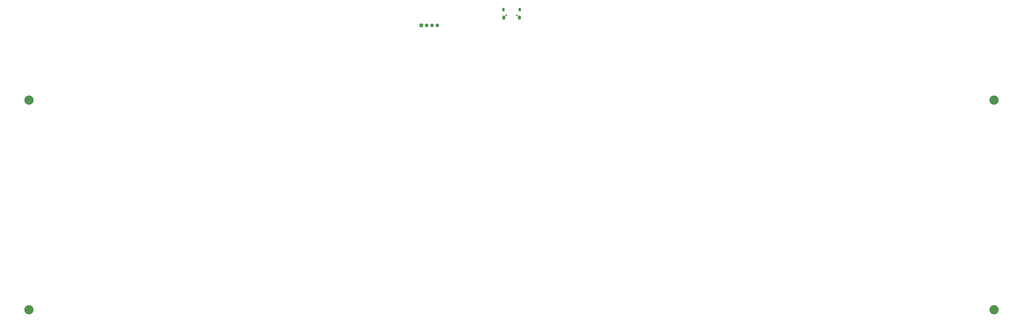
<source format=gbr>
%TF.GenerationSoftware,KiCad,Pcbnew,8.0.4*%
%TF.CreationDate,2024-12-24T01:10:10-06:00*%
%TF.ProjectId,openithm-new,6f70656e-6974-4686-9d2d-6e65772e6b69,rev?*%
%TF.SameCoordinates,Original*%
%TF.FileFunction,Soldermask,Bot*%
%TF.FilePolarity,Negative*%
%FSLAX46Y46*%
G04 Gerber Fmt 4.6, Leading zero omitted, Abs format (unit mm)*
G04 Created by KiCad (PCBNEW 8.0.4) date 2024-12-24 01:10:10*
%MOMM*%
%LPD*%
G01*
G04 APERTURE LIST*
%ADD10C,4.400000*%
%ADD11O,0.800000X0.800000*%
%ADD12O,1.150000X1.800000*%
%ADD13O,1.450000X2.000000*%
%ADD14R,1.700000X1.700000*%
%ADD15O,1.700000X1.700000*%
G04 APERTURE END LIST*
D10*
%TO.C,H4*%
X190500000Y-263539400D03*
%TD*%
%TO.C,H3*%
X190500000Y-363539400D03*
%TD*%
%TO.C,H2*%
X650500000Y-363539400D03*
%TD*%
%TO.C,H1*%
X650500000Y-263539400D03*
%TD*%
D11*
%TO.C,J2*%
X423025400Y-223124002D03*
X418025400Y-223124002D03*
D12*
X424400398Y-220373999D03*
D13*
X424250401Y-224174002D03*
X416800402Y-224173999D03*
D12*
X416650401Y-220373998D03*
%TD*%
D14*
%TO.C,J3*%
X377558599Y-227918199D03*
D15*
X380098602Y-227918200D03*
X382638599Y-227918199D03*
X385178599Y-227918199D03*
%TD*%
M02*

</source>
